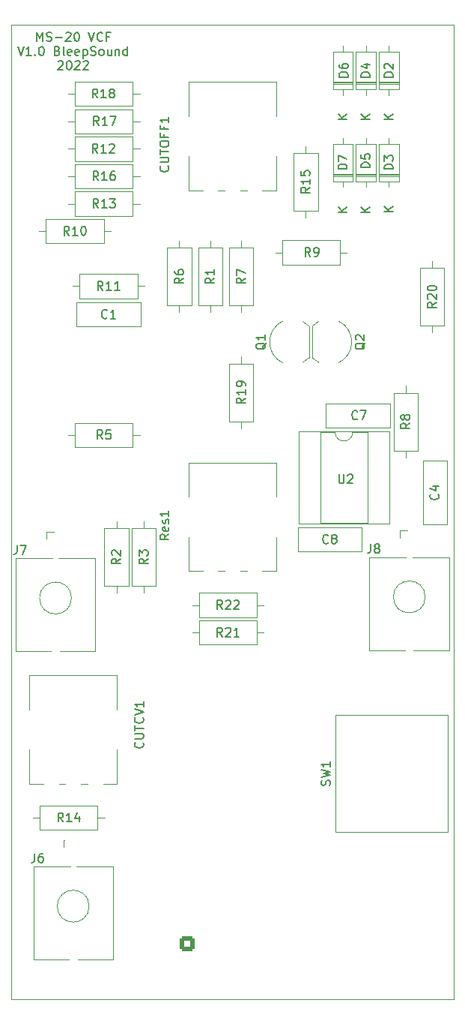
<source format=gto>
G04 #@! TF.GenerationSoftware,KiCad,Pcbnew,(6.0.6)*
G04 #@! TF.CreationDate,2022-10-26T13:54:03+02:00*
G04 #@! TF.ProjectId,MS20-VCF,4d533230-2d56-4434-962e-6b696361645f,rev?*
G04 #@! TF.SameCoordinates,Original*
G04 #@! TF.FileFunction,Legend,Top*
G04 #@! TF.FilePolarity,Positive*
%FSLAX46Y46*%
G04 Gerber Fmt 4.6, Leading zero omitted, Abs format (unit mm)*
G04 Created by KiCad (PCBNEW (6.0.6)) date 2022-10-26 13:54:03*
%MOMM*%
%LPD*%
G01*
G04 APERTURE LIST*
G04 Aperture macros list*
%AMRoundRect*
0 Rectangle with rounded corners*
0 $1 Rounding radius*
0 $2 $3 $4 $5 $6 $7 $8 $9 X,Y pos of 4 corners*
0 Add a 4 corners polygon primitive as box body*
4,1,4,$2,$3,$4,$5,$6,$7,$8,$9,$2,$3,0*
0 Add four circle primitives for the rounded corners*
1,1,$1+$1,$2,$3*
1,1,$1+$1,$4,$5*
1,1,$1+$1,$6,$7*
1,1,$1+$1,$8,$9*
0 Add four rect primitives between the rounded corners*
20,1,$1+$1,$2,$3,$4,$5,0*
20,1,$1+$1,$4,$5,$6,$7,0*
20,1,$1+$1,$6,$7,$8,$9,0*
20,1,$1+$1,$8,$9,$2,$3,0*%
G04 Aperture macros list end*
G04 #@! TA.AperFunction,Profile*
%ADD10C,0.050000*%
G04 #@! TD*
%ADD11C,0.150000*%
%ADD12C,0.120000*%
%ADD13C,1.600000*%
%ADD14C,4.000000*%
%ADD15C,1.800000*%
%ADD16R,1.600000X1.600000*%
%ADD17O,1.600000X1.600000*%
%ADD18R,1.930000X1.830000*%
%ADD19C,2.130000*%
%ADD20R,1.500000X1.500000*%
%ADD21C,1.500000*%
%ADD22O,3.700000X2.400000*%
%ADD23R,1.800000X1.800000*%
%ADD24C,2.000000*%
%ADD25O,2.000000X2.000000*%
%ADD26RoundRect,0.250000X-0.600000X0.600000X-0.600000X-0.600000X0.600000X-0.600000X0.600000X0.600000X0*%
%ADD27C,1.700000*%
%ADD28C,1.440000*%
G04 APERTURE END LIST*
D10*
X85000000Y-36500000D02*
X85000000Y-146500000D01*
X35000000Y-36500000D02*
X85000000Y-36500000D01*
X35000000Y-36500000D02*
X35000000Y-146500000D01*
X35000000Y-146500000D02*
X85000000Y-146500000D01*
D11*
X37880952Y-38342380D02*
X37880952Y-37342380D01*
X38214285Y-38056666D01*
X38547619Y-37342380D01*
X38547619Y-38342380D01*
X38976190Y-38294761D02*
X39119047Y-38342380D01*
X39357142Y-38342380D01*
X39452380Y-38294761D01*
X39500000Y-38247142D01*
X39547619Y-38151904D01*
X39547619Y-38056666D01*
X39500000Y-37961428D01*
X39452380Y-37913809D01*
X39357142Y-37866190D01*
X39166666Y-37818571D01*
X39071428Y-37770952D01*
X39023809Y-37723333D01*
X38976190Y-37628095D01*
X38976190Y-37532857D01*
X39023809Y-37437619D01*
X39071428Y-37390000D01*
X39166666Y-37342380D01*
X39404761Y-37342380D01*
X39547619Y-37390000D01*
X39976190Y-37961428D02*
X40738095Y-37961428D01*
X41166666Y-37437619D02*
X41214285Y-37390000D01*
X41309523Y-37342380D01*
X41547619Y-37342380D01*
X41642857Y-37390000D01*
X41690476Y-37437619D01*
X41738095Y-37532857D01*
X41738095Y-37628095D01*
X41690476Y-37770952D01*
X41119047Y-38342380D01*
X41738095Y-38342380D01*
X42357142Y-37342380D02*
X42452380Y-37342380D01*
X42547619Y-37390000D01*
X42595238Y-37437619D01*
X42642857Y-37532857D01*
X42690476Y-37723333D01*
X42690476Y-37961428D01*
X42642857Y-38151904D01*
X42595238Y-38247142D01*
X42547619Y-38294761D01*
X42452380Y-38342380D01*
X42357142Y-38342380D01*
X42261904Y-38294761D01*
X42214285Y-38247142D01*
X42166666Y-38151904D01*
X42119047Y-37961428D01*
X42119047Y-37723333D01*
X42166666Y-37532857D01*
X42214285Y-37437619D01*
X42261904Y-37390000D01*
X42357142Y-37342380D01*
X43738095Y-37342380D02*
X44071428Y-38342380D01*
X44404761Y-37342380D01*
X45309523Y-38247142D02*
X45261904Y-38294761D01*
X45119047Y-38342380D01*
X45023809Y-38342380D01*
X44880952Y-38294761D01*
X44785714Y-38199523D01*
X44738095Y-38104285D01*
X44690476Y-37913809D01*
X44690476Y-37770952D01*
X44738095Y-37580476D01*
X44785714Y-37485238D01*
X44880952Y-37390000D01*
X45023809Y-37342380D01*
X45119047Y-37342380D01*
X45261904Y-37390000D01*
X45309523Y-37437619D01*
X46071428Y-37818571D02*
X45738095Y-37818571D01*
X45738095Y-38342380D02*
X45738095Y-37342380D01*
X46214285Y-37342380D01*
X35738095Y-38952380D02*
X36071428Y-39952380D01*
X36404761Y-38952380D01*
X37261904Y-39952380D02*
X36690476Y-39952380D01*
X36976190Y-39952380D02*
X36976190Y-38952380D01*
X36880952Y-39095238D01*
X36785714Y-39190476D01*
X36690476Y-39238095D01*
X37690476Y-39857142D02*
X37738095Y-39904761D01*
X37690476Y-39952380D01*
X37642857Y-39904761D01*
X37690476Y-39857142D01*
X37690476Y-39952380D01*
X38357142Y-38952380D02*
X38452380Y-38952380D01*
X38547619Y-39000000D01*
X38595238Y-39047619D01*
X38642857Y-39142857D01*
X38690476Y-39333333D01*
X38690476Y-39571428D01*
X38642857Y-39761904D01*
X38595238Y-39857142D01*
X38547619Y-39904761D01*
X38452380Y-39952380D01*
X38357142Y-39952380D01*
X38261904Y-39904761D01*
X38214285Y-39857142D01*
X38166666Y-39761904D01*
X38119047Y-39571428D01*
X38119047Y-39333333D01*
X38166666Y-39142857D01*
X38214285Y-39047619D01*
X38261904Y-39000000D01*
X38357142Y-38952380D01*
X40214285Y-39428571D02*
X40357142Y-39476190D01*
X40404761Y-39523809D01*
X40452380Y-39619047D01*
X40452380Y-39761904D01*
X40404761Y-39857142D01*
X40357142Y-39904761D01*
X40261904Y-39952380D01*
X39880952Y-39952380D01*
X39880952Y-38952380D01*
X40214285Y-38952380D01*
X40309523Y-39000000D01*
X40357142Y-39047619D01*
X40404761Y-39142857D01*
X40404761Y-39238095D01*
X40357142Y-39333333D01*
X40309523Y-39380952D01*
X40214285Y-39428571D01*
X39880952Y-39428571D01*
X41023809Y-39952380D02*
X40928571Y-39904761D01*
X40880952Y-39809523D01*
X40880952Y-38952380D01*
X41785714Y-39904761D02*
X41690476Y-39952380D01*
X41500000Y-39952380D01*
X41404761Y-39904761D01*
X41357142Y-39809523D01*
X41357142Y-39428571D01*
X41404761Y-39333333D01*
X41500000Y-39285714D01*
X41690476Y-39285714D01*
X41785714Y-39333333D01*
X41833333Y-39428571D01*
X41833333Y-39523809D01*
X41357142Y-39619047D01*
X42642857Y-39904761D02*
X42547619Y-39952380D01*
X42357142Y-39952380D01*
X42261904Y-39904761D01*
X42214285Y-39809523D01*
X42214285Y-39428571D01*
X42261904Y-39333333D01*
X42357142Y-39285714D01*
X42547619Y-39285714D01*
X42642857Y-39333333D01*
X42690476Y-39428571D01*
X42690476Y-39523809D01*
X42214285Y-39619047D01*
X43119047Y-39285714D02*
X43119047Y-40285714D01*
X43119047Y-39333333D02*
X43214285Y-39285714D01*
X43404761Y-39285714D01*
X43500000Y-39333333D01*
X43547619Y-39380952D01*
X43595238Y-39476190D01*
X43595238Y-39761904D01*
X43547619Y-39857142D01*
X43500000Y-39904761D01*
X43404761Y-39952380D01*
X43214285Y-39952380D01*
X43119047Y-39904761D01*
X43976190Y-39904761D02*
X44119047Y-39952380D01*
X44357142Y-39952380D01*
X44452380Y-39904761D01*
X44500000Y-39857142D01*
X44547619Y-39761904D01*
X44547619Y-39666666D01*
X44500000Y-39571428D01*
X44452380Y-39523809D01*
X44357142Y-39476190D01*
X44166666Y-39428571D01*
X44071428Y-39380952D01*
X44023809Y-39333333D01*
X43976190Y-39238095D01*
X43976190Y-39142857D01*
X44023809Y-39047619D01*
X44071428Y-39000000D01*
X44166666Y-38952380D01*
X44404761Y-38952380D01*
X44547619Y-39000000D01*
X45119047Y-39952380D02*
X45023809Y-39904761D01*
X44976190Y-39857142D01*
X44928571Y-39761904D01*
X44928571Y-39476190D01*
X44976190Y-39380952D01*
X45023809Y-39333333D01*
X45119047Y-39285714D01*
X45261904Y-39285714D01*
X45357142Y-39333333D01*
X45404761Y-39380952D01*
X45452380Y-39476190D01*
X45452380Y-39761904D01*
X45404761Y-39857142D01*
X45357142Y-39904761D01*
X45261904Y-39952380D01*
X45119047Y-39952380D01*
X46309523Y-39285714D02*
X46309523Y-39952380D01*
X45880952Y-39285714D02*
X45880952Y-39809523D01*
X45928571Y-39904761D01*
X46023809Y-39952380D01*
X46166666Y-39952380D01*
X46261904Y-39904761D01*
X46309523Y-39857142D01*
X46785714Y-39285714D02*
X46785714Y-39952380D01*
X46785714Y-39380952D02*
X46833333Y-39333333D01*
X46928571Y-39285714D01*
X47071428Y-39285714D01*
X47166666Y-39333333D01*
X47214285Y-39428571D01*
X47214285Y-39952380D01*
X48119047Y-39952380D02*
X48119047Y-38952380D01*
X48119047Y-39904761D02*
X48023809Y-39952380D01*
X47833333Y-39952380D01*
X47738095Y-39904761D01*
X47690476Y-39857142D01*
X47642857Y-39761904D01*
X47642857Y-39476190D01*
X47690476Y-39380952D01*
X47738095Y-39333333D01*
X47833333Y-39285714D01*
X48023809Y-39285714D01*
X48119047Y-39333333D01*
X40285714Y-40657619D02*
X40333333Y-40610000D01*
X40428571Y-40562380D01*
X40666666Y-40562380D01*
X40761904Y-40610000D01*
X40809523Y-40657619D01*
X40857142Y-40752857D01*
X40857142Y-40848095D01*
X40809523Y-40990952D01*
X40238095Y-41562380D01*
X40857142Y-41562380D01*
X41476190Y-40562380D02*
X41571428Y-40562380D01*
X41666666Y-40610000D01*
X41714285Y-40657619D01*
X41761904Y-40752857D01*
X41809523Y-40943333D01*
X41809523Y-41181428D01*
X41761904Y-41371904D01*
X41714285Y-41467142D01*
X41666666Y-41514761D01*
X41571428Y-41562380D01*
X41476190Y-41562380D01*
X41380952Y-41514761D01*
X41333333Y-41467142D01*
X41285714Y-41371904D01*
X41238095Y-41181428D01*
X41238095Y-40943333D01*
X41285714Y-40752857D01*
X41333333Y-40657619D01*
X41380952Y-40610000D01*
X41476190Y-40562380D01*
X42190476Y-40657619D02*
X42238095Y-40610000D01*
X42333333Y-40562380D01*
X42571428Y-40562380D01*
X42666666Y-40610000D01*
X42714285Y-40657619D01*
X42761904Y-40752857D01*
X42761904Y-40848095D01*
X42714285Y-40990952D01*
X42142857Y-41562380D01*
X42761904Y-41562380D01*
X43142857Y-40657619D02*
X43190476Y-40610000D01*
X43285714Y-40562380D01*
X43523809Y-40562380D01*
X43619047Y-40610000D01*
X43666666Y-40657619D01*
X43714285Y-40752857D01*
X43714285Y-40848095D01*
X43666666Y-40990952D01*
X43095238Y-41562380D01*
X43714285Y-41562380D01*
X83257142Y-89466666D02*
X83304761Y-89514285D01*
X83352380Y-89657142D01*
X83352380Y-89752380D01*
X83304761Y-89895238D01*
X83209523Y-89990476D01*
X83114285Y-90038095D01*
X82923809Y-90085714D01*
X82780952Y-90085714D01*
X82590476Y-90038095D01*
X82495238Y-89990476D01*
X82400000Y-89895238D01*
X82352380Y-89752380D01*
X82352380Y-89657142D01*
X82400000Y-89514285D01*
X82447619Y-89466666D01*
X82685714Y-88609523D02*
X83352380Y-88609523D01*
X82304761Y-88847619D02*
X83019047Y-89085714D01*
X83019047Y-88466666D01*
X49857142Y-117500000D02*
X49904761Y-117547619D01*
X49952380Y-117690476D01*
X49952380Y-117785714D01*
X49904761Y-117928571D01*
X49809523Y-118023809D01*
X49714285Y-118071428D01*
X49523809Y-118119047D01*
X49380952Y-118119047D01*
X49190476Y-118071428D01*
X49095238Y-118023809D01*
X49000000Y-117928571D01*
X48952380Y-117785714D01*
X48952380Y-117690476D01*
X49000000Y-117547619D01*
X49047619Y-117500000D01*
X48952380Y-117071428D02*
X49761904Y-117071428D01*
X49857142Y-117023809D01*
X49904761Y-116976190D01*
X49952380Y-116880952D01*
X49952380Y-116690476D01*
X49904761Y-116595238D01*
X49857142Y-116547619D01*
X49761904Y-116500000D01*
X48952380Y-116500000D01*
X48952380Y-116166666D02*
X48952380Y-115595238D01*
X49952380Y-115880952D02*
X48952380Y-115880952D01*
X49857142Y-114690476D02*
X49904761Y-114738095D01*
X49952380Y-114880952D01*
X49952380Y-114976190D01*
X49904761Y-115119047D01*
X49809523Y-115214285D01*
X49714285Y-115261904D01*
X49523809Y-115309523D01*
X49380952Y-115309523D01*
X49190476Y-115261904D01*
X49095238Y-115214285D01*
X49000000Y-115119047D01*
X48952380Y-114976190D01*
X48952380Y-114880952D01*
X49000000Y-114738095D01*
X49047619Y-114690476D01*
X48952380Y-114404761D02*
X49952380Y-114071428D01*
X48952380Y-113738095D01*
X49952380Y-112880952D02*
X49952380Y-113452380D01*
X49952380Y-113166666D02*
X48952380Y-113166666D01*
X49095238Y-113261904D01*
X49190476Y-113357142D01*
X49238095Y-113452380D01*
X52707142Y-52452380D02*
X52754761Y-52500000D01*
X52802380Y-52642857D01*
X52802380Y-52738095D01*
X52754761Y-52880952D01*
X52659523Y-52976190D01*
X52564285Y-53023809D01*
X52373809Y-53071428D01*
X52230952Y-53071428D01*
X52040476Y-53023809D01*
X51945238Y-52976190D01*
X51850000Y-52880952D01*
X51802380Y-52738095D01*
X51802380Y-52642857D01*
X51850000Y-52500000D01*
X51897619Y-52452380D01*
X51802380Y-52023809D02*
X52611904Y-52023809D01*
X52707142Y-51976190D01*
X52754761Y-51928571D01*
X52802380Y-51833333D01*
X52802380Y-51642857D01*
X52754761Y-51547619D01*
X52707142Y-51500000D01*
X52611904Y-51452380D01*
X51802380Y-51452380D01*
X51802380Y-51119047D02*
X51802380Y-50547619D01*
X52802380Y-50833333D02*
X51802380Y-50833333D01*
X51802380Y-50023809D02*
X51802380Y-49833333D01*
X51850000Y-49738095D01*
X51945238Y-49642857D01*
X52135714Y-49595238D01*
X52469047Y-49595238D01*
X52659523Y-49642857D01*
X52754761Y-49738095D01*
X52802380Y-49833333D01*
X52802380Y-50023809D01*
X52754761Y-50119047D01*
X52659523Y-50214285D01*
X52469047Y-50261904D01*
X52135714Y-50261904D01*
X51945238Y-50214285D01*
X51850000Y-50119047D01*
X51802380Y-50023809D01*
X52278571Y-48833333D02*
X52278571Y-49166666D01*
X52802380Y-49166666D02*
X51802380Y-49166666D01*
X51802380Y-48690476D01*
X52278571Y-47976190D02*
X52278571Y-48309523D01*
X52802380Y-48309523D02*
X51802380Y-48309523D01*
X51802380Y-47833333D01*
X52802380Y-46928571D02*
X52802380Y-47500000D01*
X52802380Y-47214285D02*
X51802380Y-47214285D01*
X51945238Y-47309523D01*
X52040476Y-47404761D01*
X52088095Y-47500000D01*
X78152380Y-42388095D02*
X77152380Y-42388095D01*
X77152380Y-42150000D01*
X77200000Y-42007142D01*
X77295238Y-41911904D01*
X77390476Y-41864285D01*
X77580952Y-41816666D01*
X77723809Y-41816666D01*
X77914285Y-41864285D01*
X78009523Y-41911904D01*
X78104761Y-42007142D01*
X78152380Y-42150000D01*
X78152380Y-42388095D01*
X77247619Y-41435714D02*
X77200000Y-41388095D01*
X77152380Y-41292857D01*
X77152380Y-41054761D01*
X77200000Y-40959523D01*
X77247619Y-40911904D01*
X77342857Y-40864285D01*
X77438095Y-40864285D01*
X77580952Y-40911904D01*
X78152380Y-41483333D01*
X78152380Y-40864285D01*
X78152380Y-47161904D02*
X77152380Y-47161904D01*
X78152380Y-46590476D02*
X77580952Y-47019047D01*
X77152380Y-46590476D02*
X77723809Y-47161904D01*
X78152380Y-52788095D02*
X77152380Y-52788095D01*
X77152380Y-52550000D01*
X77200000Y-52407142D01*
X77295238Y-52311904D01*
X77390476Y-52264285D01*
X77580952Y-52216666D01*
X77723809Y-52216666D01*
X77914285Y-52264285D01*
X78009523Y-52311904D01*
X78104761Y-52407142D01*
X78152380Y-52550000D01*
X78152380Y-52788095D01*
X77152380Y-51883333D02*
X77152380Y-51264285D01*
X77533333Y-51597619D01*
X77533333Y-51454761D01*
X77580952Y-51359523D01*
X77628571Y-51311904D01*
X77723809Y-51264285D01*
X77961904Y-51264285D01*
X78057142Y-51311904D01*
X78104761Y-51359523D01*
X78152380Y-51454761D01*
X78152380Y-51740476D01*
X78104761Y-51835714D01*
X78057142Y-51883333D01*
X78152380Y-57561904D02*
X77152380Y-57561904D01*
X78152380Y-56990476D02*
X77580952Y-57419047D01*
X77152380Y-56990476D02*
X77723809Y-57561904D01*
X75552380Y-42388095D02*
X74552380Y-42388095D01*
X74552380Y-42150000D01*
X74600000Y-42007142D01*
X74695238Y-41911904D01*
X74790476Y-41864285D01*
X74980952Y-41816666D01*
X75123809Y-41816666D01*
X75314285Y-41864285D01*
X75409523Y-41911904D01*
X75504761Y-42007142D01*
X75552380Y-42150000D01*
X75552380Y-42388095D01*
X74885714Y-40959523D02*
X75552380Y-40959523D01*
X74504761Y-41197619D02*
X75219047Y-41435714D01*
X75219047Y-40816666D01*
X75552380Y-47161904D02*
X74552380Y-47161904D01*
X75552380Y-46590476D02*
X74980952Y-47019047D01*
X74552380Y-46590476D02*
X75123809Y-47161904D01*
X75552380Y-52598095D02*
X74552380Y-52598095D01*
X74552380Y-52360000D01*
X74600000Y-52217142D01*
X74695238Y-52121904D01*
X74790476Y-52074285D01*
X74980952Y-52026666D01*
X75123809Y-52026666D01*
X75314285Y-52074285D01*
X75409523Y-52121904D01*
X75504761Y-52217142D01*
X75552380Y-52360000D01*
X75552380Y-52598095D01*
X74552380Y-51121904D02*
X74552380Y-51598095D01*
X75028571Y-51645714D01*
X74980952Y-51598095D01*
X74933333Y-51502857D01*
X74933333Y-51264761D01*
X74980952Y-51169523D01*
X75028571Y-51121904D01*
X75123809Y-51074285D01*
X75361904Y-51074285D01*
X75457142Y-51121904D01*
X75504761Y-51169523D01*
X75552380Y-51264761D01*
X75552380Y-51502857D01*
X75504761Y-51598095D01*
X75457142Y-51645714D01*
X75552380Y-57661904D02*
X74552380Y-57661904D01*
X75552380Y-57090476D02*
X74980952Y-57519047D01*
X74552380Y-57090476D02*
X75123809Y-57661904D01*
X73052380Y-42388095D02*
X72052380Y-42388095D01*
X72052380Y-42150000D01*
X72100000Y-42007142D01*
X72195238Y-41911904D01*
X72290476Y-41864285D01*
X72480952Y-41816666D01*
X72623809Y-41816666D01*
X72814285Y-41864285D01*
X72909523Y-41911904D01*
X73004761Y-42007142D01*
X73052380Y-42150000D01*
X73052380Y-42388095D01*
X72052380Y-40959523D02*
X72052380Y-41150000D01*
X72100000Y-41245238D01*
X72147619Y-41292857D01*
X72290476Y-41388095D01*
X72480952Y-41435714D01*
X72861904Y-41435714D01*
X72957142Y-41388095D01*
X73004761Y-41340476D01*
X73052380Y-41245238D01*
X73052380Y-41054761D01*
X73004761Y-40959523D01*
X72957142Y-40911904D01*
X72861904Y-40864285D01*
X72623809Y-40864285D01*
X72528571Y-40911904D01*
X72480952Y-40959523D01*
X72433333Y-41054761D01*
X72433333Y-41245238D01*
X72480952Y-41340476D01*
X72528571Y-41388095D01*
X72623809Y-41435714D01*
X72952380Y-47161904D02*
X71952380Y-47161904D01*
X72952380Y-46590476D02*
X72380952Y-47019047D01*
X71952380Y-46590476D02*
X72523809Y-47161904D01*
X72952380Y-52788095D02*
X71952380Y-52788095D01*
X71952380Y-52550000D01*
X72000000Y-52407142D01*
X72095238Y-52311904D01*
X72190476Y-52264285D01*
X72380952Y-52216666D01*
X72523809Y-52216666D01*
X72714285Y-52264285D01*
X72809523Y-52311904D01*
X72904761Y-52407142D01*
X72952380Y-52550000D01*
X72952380Y-52788095D01*
X71952380Y-51883333D02*
X71952380Y-51216666D01*
X72952380Y-51645238D01*
X72952380Y-57661904D02*
X71952380Y-57661904D01*
X72952380Y-57090476D02*
X72380952Y-57519047D01*
X71952380Y-57090476D02*
X72523809Y-57661904D01*
X37636666Y-130032380D02*
X37636666Y-130746666D01*
X37589047Y-130889523D01*
X37493809Y-130984761D01*
X37350952Y-131032380D01*
X37255714Y-131032380D01*
X38541428Y-130032380D02*
X38350952Y-130032380D01*
X38255714Y-130080000D01*
X38208095Y-130127619D01*
X38112857Y-130270476D01*
X38065238Y-130460952D01*
X38065238Y-130841904D01*
X38112857Y-130937142D01*
X38160476Y-130984761D01*
X38255714Y-131032380D01*
X38446190Y-131032380D01*
X38541428Y-130984761D01*
X38589047Y-130937142D01*
X38636666Y-130841904D01*
X38636666Y-130603809D01*
X38589047Y-130508571D01*
X38541428Y-130460952D01*
X38446190Y-130413333D01*
X38255714Y-130413333D01*
X38160476Y-130460952D01*
X38112857Y-130508571D01*
X38065238Y-130603809D01*
X35636666Y-95252380D02*
X35636666Y-95966666D01*
X35589047Y-96109523D01*
X35493809Y-96204761D01*
X35350952Y-96252380D01*
X35255714Y-96252380D01*
X36017619Y-95252380D02*
X36684285Y-95252380D01*
X36255714Y-96252380D01*
X75636666Y-95132380D02*
X75636666Y-95846666D01*
X75589047Y-95989523D01*
X75493809Y-96084761D01*
X75350952Y-96132380D01*
X75255714Y-96132380D01*
X76255714Y-95560952D02*
X76160476Y-95513333D01*
X76112857Y-95465714D01*
X76065238Y-95370476D01*
X76065238Y-95322857D01*
X76112857Y-95227619D01*
X76160476Y-95180000D01*
X76255714Y-95132380D01*
X76446190Y-95132380D01*
X76541428Y-95180000D01*
X76589047Y-95227619D01*
X76636666Y-95322857D01*
X76636666Y-95370476D01*
X76589047Y-95465714D01*
X76541428Y-95513333D01*
X76446190Y-95560952D01*
X76255714Y-95560952D01*
X76160476Y-95608571D01*
X76112857Y-95656190D01*
X76065238Y-95751428D01*
X76065238Y-95941904D01*
X76112857Y-96037142D01*
X76160476Y-96084761D01*
X76255714Y-96132380D01*
X76446190Y-96132380D01*
X76541428Y-96084761D01*
X76589047Y-96037142D01*
X76636666Y-95941904D01*
X76636666Y-95751428D01*
X76589047Y-95656190D01*
X76541428Y-95608571D01*
X76446190Y-95560952D01*
X63787619Y-72395238D02*
X63740000Y-72490476D01*
X63644761Y-72585714D01*
X63501904Y-72728571D01*
X63454285Y-72823809D01*
X63454285Y-72919047D01*
X63692380Y-72871428D02*
X63644761Y-72966666D01*
X63549523Y-73061904D01*
X63359047Y-73109523D01*
X63025714Y-73109523D01*
X62835238Y-73061904D01*
X62740000Y-72966666D01*
X62692380Y-72871428D01*
X62692380Y-72680952D01*
X62740000Y-72585714D01*
X62835238Y-72490476D01*
X63025714Y-72442857D01*
X63359047Y-72442857D01*
X63549523Y-72490476D01*
X63644761Y-72585714D01*
X63692380Y-72680952D01*
X63692380Y-72871428D01*
X63692380Y-71490476D02*
X63692380Y-72061904D01*
X63692380Y-71776190D02*
X62692380Y-71776190D01*
X62835238Y-71871428D01*
X62930476Y-71966666D01*
X62978095Y-72061904D01*
X75007619Y-72395238D02*
X74960000Y-72490476D01*
X74864761Y-72585714D01*
X74721904Y-72728571D01*
X74674285Y-72823809D01*
X74674285Y-72919047D01*
X74912380Y-72871428D02*
X74864761Y-72966666D01*
X74769523Y-73061904D01*
X74579047Y-73109523D01*
X74245714Y-73109523D01*
X74055238Y-73061904D01*
X73960000Y-72966666D01*
X73912380Y-72871428D01*
X73912380Y-72680952D01*
X73960000Y-72585714D01*
X74055238Y-72490476D01*
X74245714Y-72442857D01*
X74579047Y-72442857D01*
X74769523Y-72490476D01*
X74864761Y-72585714D01*
X74912380Y-72680952D01*
X74912380Y-72871428D01*
X74007619Y-72061904D02*
X73960000Y-72014285D01*
X73912380Y-71919047D01*
X73912380Y-71680952D01*
X73960000Y-71585714D01*
X74007619Y-71538095D01*
X74102857Y-71490476D01*
X74198095Y-71490476D01*
X74340952Y-71538095D01*
X74912380Y-72109523D01*
X74912380Y-71490476D01*
X57952380Y-65086666D02*
X57476190Y-65420000D01*
X57952380Y-65658095D02*
X56952380Y-65658095D01*
X56952380Y-65277142D01*
X57000000Y-65181904D01*
X57047619Y-65134285D01*
X57142857Y-65086666D01*
X57285714Y-65086666D01*
X57380952Y-65134285D01*
X57428571Y-65181904D01*
X57476190Y-65277142D01*
X57476190Y-65658095D01*
X57952380Y-64134285D02*
X57952380Y-64705714D01*
X57952380Y-64420000D02*
X56952380Y-64420000D01*
X57095238Y-64515238D01*
X57190476Y-64610476D01*
X57238095Y-64705714D01*
X50452380Y-96746666D02*
X49976190Y-97080000D01*
X50452380Y-97318095D02*
X49452380Y-97318095D01*
X49452380Y-96937142D01*
X49500000Y-96841904D01*
X49547619Y-96794285D01*
X49642857Y-96746666D01*
X49785714Y-96746666D01*
X49880952Y-96794285D01*
X49928571Y-96841904D01*
X49976190Y-96937142D01*
X49976190Y-97318095D01*
X49452380Y-96413333D02*
X49452380Y-95794285D01*
X49833333Y-96127619D01*
X49833333Y-95984761D01*
X49880952Y-95889523D01*
X49928571Y-95841904D01*
X50023809Y-95794285D01*
X50261904Y-95794285D01*
X50357142Y-95841904D01*
X50404761Y-95889523D01*
X50452380Y-95984761D01*
X50452380Y-96270476D01*
X50404761Y-96365714D01*
X50357142Y-96413333D01*
X45313333Y-83252380D02*
X44980000Y-82776190D01*
X44741904Y-83252380D02*
X44741904Y-82252380D01*
X45122857Y-82252380D01*
X45218095Y-82300000D01*
X45265714Y-82347619D01*
X45313333Y-82442857D01*
X45313333Y-82585714D01*
X45265714Y-82680952D01*
X45218095Y-82728571D01*
X45122857Y-82776190D01*
X44741904Y-82776190D01*
X46218095Y-82252380D02*
X45741904Y-82252380D01*
X45694285Y-82728571D01*
X45741904Y-82680952D01*
X45837142Y-82633333D01*
X46075238Y-82633333D01*
X46170476Y-82680952D01*
X46218095Y-82728571D01*
X46265714Y-82823809D01*
X46265714Y-83061904D01*
X46218095Y-83157142D01*
X46170476Y-83204761D01*
X46075238Y-83252380D01*
X45837142Y-83252380D01*
X45741904Y-83204761D01*
X45694285Y-83157142D01*
X54452380Y-65086666D02*
X53976190Y-65420000D01*
X54452380Y-65658095D02*
X53452380Y-65658095D01*
X53452380Y-65277142D01*
X53500000Y-65181904D01*
X53547619Y-65134285D01*
X53642857Y-65086666D01*
X53785714Y-65086666D01*
X53880952Y-65134285D01*
X53928571Y-65181904D01*
X53976190Y-65277142D01*
X53976190Y-65658095D01*
X53452380Y-64229523D02*
X53452380Y-64420000D01*
X53500000Y-64515238D01*
X53547619Y-64562857D01*
X53690476Y-64658095D01*
X53880952Y-64705714D01*
X54261904Y-64705714D01*
X54357142Y-64658095D01*
X54404761Y-64610476D01*
X54452380Y-64515238D01*
X54452380Y-64324761D01*
X54404761Y-64229523D01*
X54357142Y-64181904D01*
X54261904Y-64134285D01*
X54023809Y-64134285D01*
X53928571Y-64181904D01*
X53880952Y-64229523D01*
X53833333Y-64324761D01*
X53833333Y-64515238D01*
X53880952Y-64610476D01*
X53928571Y-64658095D01*
X54023809Y-64705714D01*
X61452380Y-65086666D02*
X60976190Y-65420000D01*
X61452380Y-65658095D02*
X60452380Y-65658095D01*
X60452380Y-65277142D01*
X60500000Y-65181904D01*
X60547619Y-65134285D01*
X60642857Y-65086666D01*
X60785714Y-65086666D01*
X60880952Y-65134285D01*
X60928571Y-65181904D01*
X60976190Y-65277142D01*
X60976190Y-65658095D01*
X60452380Y-64753333D02*
X60452380Y-64086666D01*
X61452380Y-64515238D01*
X68813333Y-62652380D02*
X68480000Y-62176190D01*
X68241904Y-62652380D02*
X68241904Y-61652380D01*
X68622857Y-61652380D01*
X68718095Y-61700000D01*
X68765714Y-61747619D01*
X68813333Y-61842857D01*
X68813333Y-61985714D01*
X68765714Y-62080952D01*
X68718095Y-62128571D01*
X68622857Y-62176190D01*
X68241904Y-62176190D01*
X69289523Y-62652380D02*
X69480000Y-62652380D01*
X69575238Y-62604761D01*
X69622857Y-62557142D01*
X69718095Y-62414285D01*
X69765714Y-62223809D01*
X69765714Y-61842857D01*
X69718095Y-61747619D01*
X69670476Y-61700000D01*
X69575238Y-61652380D01*
X69384761Y-61652380D01*
X69289523Y-61700000D01*
X69241904Y-61747619D01*
X69194285Y-61842857D01*
X69194285Y-62080952D01*
X69241904Y-62176190D01*
X69289523Y-62223809D01*
X69384761Y-62271428D01*
X69575238Y-62271428D01*
X69670476Y-62223809D01*
X69718095Y-62176190D01*
X69765714Y-62080952D01*
X45357142Y-66452380D02*
X45023809Y-65976190D01*
X44785714Y-66452380D02*
X44785714Y-65452380D01*
X45166666Y-65452380D01*
X45261904Y-65500000D01*
X45309523Y-65547619D01*
X45357142Y-65642857D01*
X45357142Y-65785714D01*
X45309523Y-65880952D01*
X45261904Y-65928571D01*
X45166666Y-65976190D01*
X44785714Y-65976190D01*
X46309523Y-66452380D02*
X45738095Y-66452380D01*
X46023809Y-66452380D02*
X46023809Y-65452380D01*
X45928571Y-65595238D01*
X45833333Y-65690476D01*
X45738095Y-65738095D01*
X47261904Y-66452380D02*
X46690476Y-66452380D01*
X46976190Y-66452380D02*
X46976190Y-65452380D01*
X46880952Y-65595238D01*
X46785714Y-65690476D01*
X46690476Y-65738095D01*
X44757142Y-50952380D02*
X44423809Y-50476190D01*
X44185714Y-50952380D02*
X44185714Y-49952380D01*
X44566666Y-49952380D01*
X44661904Y-50000000D01*
X44709523Y-50047619D01*
X44757142Y-50142857D01*
X44757142Y-50285714D01*
X44709523Y-50380952D01*
X44661904Y-50428571D01*
X44566666Y-50476190D01*
X44185714Y-50476190D01*
X45709523Y-50952380D02*
X45138095Y-50952380D01*
X45423809Y-50952380D02*
X45423809Y-49952380D01*
X45328571Y-50095238D01*
X45233333Y-50190476D01*
X45138095Y-50238095D01*
X46090476Y-50047619D02*
X46138095Y-50000000D01*
X46233333Y-49952380D01*
X46471428Y-49952380D01*
X46566666Y-50000000D01*
X46614285Y-50047619D01*
X46661904Y-50142857D01*
X46661904Y-50238095D01*
X46614285Y-50380952D01*
X46042857Y-50952380D01*
X46661904Y-50952380D01*
X44837142Y-57152380D02*
X44503809Y-56676190D01*
X44265714Y-57152380D02*
X44265714Y-56152380D01*
X44646666Y-56152380D01*
X44741904Y-56200000D01*
X44789523Y-56247619D01*
X44837142Y-56342857D01*
X44837142Y-56485714D01*
X44789523Y-56580952D01*
X44741904Y-56628571D01*
X44646666Y-56676190D01*
X44265714Y-56676190D01*
X45789523Y-57152380D02*
X45218095Y-57152380D01*
X45503809Y-57152380D02*
X45503809Y-56152380D01*
X45408571Y-56295238D01*
X45313333Y-56390476D01*
X45218095Y-56438095D01*
X46122857Y-56152380D02*
X46741904Y-56152380D01*
X46408571Y-56533333D01*
X46551428Y-56533333D01*
X46646666Y-56580952D01*
X46694285Y-56628571D01*
X46741904Y-56723809D01*
X46741904Y-56961904D01*
X46694285Y-57057142D01*
X46646666Y-57104761D01*
X46551428Y-57152380D01*
X46265714Y-57152380D01*
X46170476Y-57104761D01*
X46122857Y-57057142D01*
X40857142Y-126452380D02*
X40523809Y-125976190D01*
X40285714Y-126452380D02*
X40285714Y-125452380D01*
X40666666Y-125452380D01*
X40761904Y-125500000D01*
X40809523Y-125547619D01*
X40857142Y-125642857D01*
X40857142Y-125785714D01*
X40809523Y-125880952D01*
X40761904Y-125928571D01*
X40666666Y-125976190D01*
X40285714Y-125976190D01*
X41809523Y-126452380D02*
X41238095Y-126452380D01*
X41523809Y-126452380D02*
X41523809Y-125452380D01*
X41428571Y-125595238D01*
X41333333Y-125690476D01*
X41238095Y-125738095D01*
X42666666Y-125785714D02*
X42666666Y-126452380D01*
X42428571Y-125404761D02*
X42190476Y-126119047D01*
X42809523Y-126119047D01*
X68752380Y-54862857D02*
X68276190Y-55196190D01*
X68752380Y-55434285D02*
X67752380Y-55434285D01*
X67752380Y-55053333D01*
X67800000Y-54958095D01*
X67847619Y-54910476D01*
X67942857Y-54862857D01*
X68085714Y-54862857D01*
X68180952Y-54910476D01*
X68228571Y-54958095D01*
X68276190Y-55053333D01*
X68276190Y-55434285D01*
X68752380Y-53910476D02*
X68752380Y-54481904D01*
X68752380Y-54196190D02*
X67752380Y-54196190D01*
X67895238Y-54291428D01*
X67990476Y-54386666D01*
X68038095Y-54481904D01*
X67752380Y-53005714D02*
X67752380Y-53481904D01*
X68228571Y-53529523D01*
X68180952Y-53481904D01*
X68133333Y-53386666D01*
X68133333Y-53148571D01*
X68180952Y-53053333D01*
X68228571Y-53005714D01*
X68323809Y-52958095D01*
X68561904Y-52958095D01*
X68657142Y-53005714D01*
X68704761Y-53053333D01*
X68752380Y-53148571D01*
X68752380Y-53386666D01*
X68704761Y-53481904D01*
X68657142Y-53529523D01*
X44837142Y-54052380D02*
X44503809Y-53576190D01*
X44265714Y-54052380D02*
X44265714Y-53052380D01*
X44646666Y-53052380D01*
X44741904Y-53100000D01*
X44789523Y-53147619D01*
X44837142Y-53242857D01*
X44837142Y-53385714D01*
X44789523Y-53480952D01*
X44741904Y-53528571D01*
X44646666Y-53576190D01*
X44265714Y-53576190D01*
X45789523Y-54052380D02*
X45218095Y-54052380D01*
X45503809Y-54052380D02*
X45503809Y-53052380D01*
X45408571Y-53195238D01*
X45313333Y-53290476D01*
X45218095Y-53338095D01*
X46646666Y-53052380D02*
X46456190Y-53052380D01*
X46360952Y-53100000D01*
X46313333Y-53147619D01*
X46218095Y-53290476D01*
X46170476Y-53480952D01*
X46170476Y-53861904D01*
X46218095Y-53957142D01*
X46265714Y-54004761D01*
X46360952Y-54052380D01*
X46551428Y-54052380D01*
X46646666Y-54004761D01*
X46694285Y-53957142D01*
X46741904Y-53861904D01*
X46741904Y-53623809D01*
X46694285Y-53528571D01*
X46646666Y-53480952D01*
X46551428Y-53433333D01*
X46360952Y-53433333D01*
X46265714Y-53480952D01*
X46218095Y-53528571D01*
X46170476Y-53623809D01*
X44917142Y-47852380D02*
X44583809Y-47376190D01*
X44345714Y-47852380D02*
X44345714Y-46852380D01*
X44726666Y-46852380D01*
X44821904Y-46900000D01*
X44869523Y-46947619D01*
X44917142Y-47042857D01*
X44917142Y-47185714D01*
X44869523Y-47280952D01*
X44821904Y-47328571D01*
X44726666Y-47376190D01*
X44345714Y-47376190D01*
X45869523Y-47852380D02*
X45298095Y-47852380D01*
X45583809Y-47852380D02*
X45583809Y-46852380D01*
X45488571Y-46995238D01*
X45393333Y-47090476D01*
X45298095Y-47138095D01*
X46202857Y-46852380D02*
X46869523Y-46852380D01*
X46440952Y-47852380D01*
X44757142Y-44752380D02*
X44423809Y-44276190D01*
X44185714Y-44752380D02*
X44185714Y-43752380D01*
X44566666Y-43752380D01*
X44661904Y-43800000D01*
X44709523Y-43847619D01*
X44757142Y-43942857D01*
X44757142Y-44085714D01*
X44709523Y-44180952D01*
X44661904Y-44228571D01*
X44566666Y-44276190D01*
X44185714Y-44276190D01*
X45709523Y-44752380D02*
X45138095Y-44752380D01*
X45423809Y-44752380D02*
X45423809Y-43752380D01*
X45328571Y-43895238D01*
X45233333Y-43990476D01*
X45138095Y-44038095D01*
X46280952Y-44180952D02*
X46185714Y-44133333D01*
X46138095Y-44085714D01*
X46090476Y-43990476D01*
X46090476Y-43942857D01*
X46138095Y-43847619D01*
X46185714Y-43800000D01*
X46280952Y-43752380D01*
X46471428Y-43752380D01*
X46566666Y-43800000D01*
X46614285Y-43847619D01*
X46661904Y-43942857D01*
X46661904Y-43990476D01*
X46614285Y-44085714D01*
X46566666Y-44133333D01*
X46471428Y-44180952D01*
X46280952Y-44180952D01*
X46185714Y-44228571D01*
X46138095Y-44276190D01*
X46090476Y-44371428D01*
X46090476Y-44561904D01*
X46138095Y-44657142D01*
X46185714Y-44704761D01*
X46280952Y-44752380D01*
X46471428Y-44752380D01*
X46566666Y-44704761D01*
X46614285Y-44657142D01*
X46661904Y-44561904D01*
X46661904Y-44371428D01*
X46614285Y-44276190D01*
X46566666Y-44228571D01*
X46471428Y-44180952D01*
X83052380Y-67842857D02*
X82576190Y-68176190D01*
X83052380Y-68414285D02*
X82052380Y-68414285D01*
X82052380Y-68033333D01*
X82100000Y-67938095D01*
X82147619Y-67890476D01*
X82242857Y-67842857D01*
X82385714Y-67842857D01*
X82480952Y-67890476D01*
X82528571Y-67938095D01*
X82576190Y-68033333D01*
X82576190Y-68414285D01*
X82147619Y-67461904D02*
X82100000Y-67414285D01*
X82052380Y-67319047D01*
X82052380Y-67080952D01*
X82100000Y-66985714D01*
X82147619Y-66938095D01*
X82242857Y-66890476D01*
X82338095Y-66890476D01*
X82480952Y-66938095D01*
X83052380Y-67509523D01*
X83052380Y-66890476D01*
X82052380Y-66271428D02*
X82052380Y-66176190D01*
X82100000Y-66080952D01*
X82147619Y-66033333D01*
X82242857Y-65985714D01*
X82433333Y-65938095D01*
X82671428Y-65938095D01*
X82861904Y-65985714D01*
X82957142Y-66033333D01*
X83004761Y-66080952D01*
X83052380Y-66176190D01*
X83052380Y-66271428D01*
X83004761Y-66366666D01*
X82957142Y-66414285D01*
X82861904Y-66461904D01*
X82671428Y-66509523D01*
X82433333Y-66509523D01*
X82242857Y-66461904D01*
X82147619Y-66414285D01*
X82100000Y-66366666D01*
X82052380Y-66271428D01*
X58857142Y-105552380D02*
X58523809Y-105076190D01*
X58285714Y-105552380D02*
X58285714Y-104552380D01*
X58666666Y-104552380D01*
X58761904Y-104600000D01*
X58809523Y-104647619D01*
X58857142Y-104742857D01*
X58857142Y-104885714D01*
X58809523Y-104980952D01*
X58761904Y-105028571D01*
X58666666Y-105076190D01*
X58285714Y-105076190D01*
X59238095Y-104647619D02*
X59285714Y-104600000D01*
X59380952Y-104552380D01*
X59619047Y-104552380D01*
X59714285Y-104600000D01*
X59761904Y-104647619D01*
X59809523Y-104742857D01*
X59809523Y-104838095D01*
X59761904Y-104980952D01*
X59190476Y-105552380D01*
X59809523Y-105552380D01*
X60761904Y-105552380D02*
X60190476Y-105552380D01*
X60476190Y-105552380D02*
X60476190Y-104552380D01*
X60380952Y-104695238D01*
X60285714Y-104790476D01*
X60190476Y-104838095D01*
X58857142Y-102452380D02*
X58523809Y-101976190D01*
X58285714Y-102452380D02*
X58285714Y-101452380D01*
X58666666Y-101452380D01*
X58761904Y-101500000D01*
X58809523Y-101547619D01*
X58857142Y-101642857D01*
X58857142Y-101785714D01*
X58809523Y-101880952D01*
X58761904Y-101928571D01*
X58666666Y-101976190D01*
X58285714Y-101976190D01*
X59238095Y-101547619D02*
X59285714Y-101500000D01*
X59380952Y-101452380D01*
X59619047Y-101452380D01*
X59714285Y-101500000D01*
X59761904Y-101547619D01*
X59809523Y-101642857D01*
X59809523Y-101738095D01*
X59761904Y-101880952D01*
X59190476Y-102452380D01*
X59809523Y-102452380D01*
X60190476Y-101547619D02*
X60238095Y-101500000D01*
X60333333Y-101452380D01*
X60571428Y-101452380D01*
X60666666Y-101500000D01*
X60714285Y-101547619D01*
X60761904Y-101642857D01*
X60761904Y-101738095D01*
X60714285Y-101880952D01*
X60142857Y-102452380D01*
X60761904Y-102452380D01*
X52802380Y-94000000D02*
X52326190Y-94333333D01*
X52802380Y-94571428D02*
X51802380Y-94571428D01*
X51802380Y-94190476D01*
X51850000Y-94095238D01*
X51897619Y-94047619D01*
X51992857Y-94000000D01*
X52135714Y-94000000D01*
X52230952Y-94047619D01*
X52278571Y-94095238D01*
X52326190Y-94190476D01*
X52326190Y-94571428D01*
X52754761Y-93190476D02*
X52802380Y-93285714D01*
X52802380Y-93476190D01*
X52754761Y-93571428D01*
X52659523Y-93619047D01*
X52278571Y-93619047D01*
X52183333Y-93571428D01*
X52135714Y-93476190D01*
X52135714Y-93285714D01*
X52183333Y-93190476D01*
X52278571Y-93142857D01*
X52373809Y-93142857D01*
X52469047Y-93619047D01*
X52754761Y-92761904D02*
X52802380Y-92666666D01*
X52802380Y-92476190D01*
X52754761Y-92380952D01*
X52659523Y-92333333D01*
X52611904Y-92333333D01*
X52516666Y-92380952D01*
X52469047Y-92476190D01*
X52469047Y-92619047D01*
X52421428Y-92714285D01*
X52326190Y-92761904D01*
X52278571Y-92761904D01*
X52183333Y-92714285D01*
X52135714Y-92619047D01*
X52135714Y-92476190D01*
X52183333Y-92380952D01*
X52802380Y-91380952D02*
X52802380Y-91952380D01*
X52802380Y-91666666D02*
X51802380Y-91666666D01*
X51945238Y-91761904D01*
X52040476Y-91857142D01*
X52088095Y-91952380D01*
X71004761Y-122333333D02*
X71052380Y-122190476D01*
X71052380Y-121952380D01*
X71004761Y-121857142D01*
X70957142Y-121809523D01*
X70861904Y-121761904D01*
X70766666Y-121761904D01*
X70671428Y-121809523D01*
X70623809Y-121857142D01*
X70576190Y-121952380D01*
X70528571Y-122142857D01*
X70480952Y-122238095D01*
X70433333Y-122285714D01*
X70338095Y-122333333D01*
X70242857Y-122333333D01*
X70147619Y-122285714D01*
X70100000Y-122238095D01*
X70052380Y-122142857D01*
X70052380Y-121904761D01*
X70100000Y-121761904D01*
X70052380Y-121428571D02*
X71052380Y-121190476D01*
X70338095Y-121000000D01*
X71052380Y-120809523D01*
X70052380Y-120571428D01*
X71052380Y-119666666D02*
X71052380Y-120238095D01*
X71052380Y-119952380D02*
X70052380Y-119952380D01*
X70195238Y-120047619D01*
X70290476Y-120142857D01*
X70338095Y-120238095D01*
X80052380Y-81466666D02*
X79576190Y-81800000D01*
X80052380Y-82038095D02*
X79052380Y-82038095D01*
X79052380Y-81657142D01*
X79100000Y-81561904D01*
X79147619Y-81514285D01*
X79242857Y-81466666D01*
X79385714Y-81466666D01*
X79480952Y-81514285D01*
X79528571Y-81561904D01*
X79576190Y-81657142D01*
X79576190Y-82038095D01*
X79480952Y-80895238D02*
X79433333Y-80990476D01*
X79385714Y-81038095D01*
X79290476Y-81085714D01*
X79242857Y-81085714D01*
X79147619Y-81038095D01*
X79100000Y-80990476D01*
X79052380Y-80895238D01*
X79052380Y-80704761D01*
X79100000Y-80609523D01*
X79147619Y-80561904D01*
X79242857Y-80514285D01*
X79290476Y-80514285D01*
X79385714Y-80561904D01*
X79433333Y-80609523D01*
X79480952Y-80704761D01*
X79480952Y-80895238D01*
X79528571Y-80990476D01*
X79576190Y-81038095D01*
X79671428Y-81085714D01*
X79861904Y-81085714D01*
X79957142Y-81038095D01*
X80004761Y-80990476D01*
X80052380Y-80895238D01*
X80052380Y-80704761D01*
X80004761Y-80609523D01*
X79957142Y-80561904D01*
X79861904Y-80514285D01*
X79671428Y-80514285D01*
X79576190Y-80561904D01*
X79528571Y-80609523D01*
X79480952Y-80704761D01*
X72038095Y-87252380D02*
X72038095Y-88061904D01*
X72085714Y-88157142D01*
X72133333Y-88204761D01*
X72228571Y-88252380D01*
X72419047Y-88252380D01*
X72514285Y-88204761D01*
X72561904Y-88157142D01*
X72609523Y-88061904D01*
X72609523Y-87252380D01*
X73038095Y-87347619D02*
X73085714Y-87300000D01*
X73180952Y-87252380D01*
X73419047Y-87252380D01*
X73514285Y-87300000D01*
X73561904Y-87347619D01*
X73609523Y-87442857D01*
X73609523Y-87538095D01*
X73561904Y-87680952D01*
X72990476Y-88252380D01*
X73609523Y-88252380D01*
X45833333Y-69557142D02*
X45785714Y-69604761D01*
X45642857Y-69652380D01*
X45547619Y-69652380D01*
X45404761Y-69604761D01*
X45309523Y-69509523D01*
X45261904Y-69414285D01*
X45214285Y-69223809D01*
X45214285Y-69080952D01*
X45261904Y-68890476D01*
X45309523Y-68795238D01*
X45404761Y-68700000D01*
X45547619Y-68652380D01*
X45642857Y-68652380D01*
X45785714Y-68700000D01*
X45833333Y-68747619D01*
X46785714Y-69652380D02*
X46214285Y-69652380D01*
X46500000Y-69652380D02*
X46500000Y-68652380D01*
X46404761Y-68795238D01*
X46309523Y-68890476D01*
X46214285Y-68938095D01*
X47352380Y-96746666D02*
X46876190Y-97080000D01*
X47352380Y-97318095D02*
X46352380Y-97318095D01*
X46352380Y-96937142D01*
X46400000Y-96841904D01*
X46447619Y-96794285D01*
X46542857Y-96746666D01*
X46685714Y-96746666D01*
X46780952Y-96794285D01*
X46828571Y-96841904D01*
X46876190Y-96937142D01*
X46876190Y-97318095D01*
X46447619Y-96365714D02*
X46400000Y-96318095D01*
X46352380Y-96222857D01*
X46352380Y-95984761D01*
X46400000Y-95889523D01*
X46447619Y-95841904D01*
X46542857Y-95794285D01*
X46638095Y-95794285D01*
X46780952Y-95841904D01*
X47352380Y-96413333D01*
X47352380Y-95794285D01*
X41537142Y-60252380D02*
X41203809Y-59776190D01*
X40965714Y-60252380D02*
X40965714Y-59252380D01*
X41346666Y-59252380D01*
X41441904Y-59300000D01*
X41489523Y-59347619D01*
X41537142Y-59442857D01*
X41537142Y-59585714D01*
X41489523Y-59680952D01*
X41441904Y-59728571D01*
X41346666Y-59776190D01*
X40965714Y-59776190D01*
X42489523Y-60252380D02*
X41918095Y-60252380D01*
X42203809Y-60252380D02*
X42203809Y-59252380D01*
X42108571Y-59395238D01*
X42013333Y-59490476D01*
X41918095Y-59538095D01*
X43108571Y-59252380D02*
X43203809Y-59252380D01*
X43299047Y-59300000D01*
X43346666Y-59347619D01*
X43394285Y-59442857D01*
X43441904Y-59633333D01*
X43441904Y-59871428D01*
X43394285Y-60061904D01*
X43346666Y-60157142D01*
X43299047Y-60204761D01*
X43203809Y-60252380D01*
X43108571Y-60252380D01*
X43013333Y-60204761D01*
X42965714Y-60157142D01*
X42918095Y-60061904D01*
X42870476Y-59871428D01*
X42870476Y-59633333D01*
X42918095Y-59442857D01*
X42965714Y-59347619D01*
X43013333Y-59300000D01*
X43108571Y-59252380D01*
X61452380Y-78642857D02*
X60976190Y-78976190D01*
X61452380Y-79214285D02*
X60452380Y-79214285D01*
X60452380Y-78833333D01*
X60500000Y-78738095D01*
X60547619Y-78690476D01*
X60642857Y-78642857D01*
X60785714Y-78642857D01*
X60880952Y-78690476D01*
X60928571Y-78738095D01*
X60976190Y-78833333D01*
X60976190Y-79214285D01*
X61452380Y-77690476D02*
X61452380Y-78261904D01*
X61452380Y-77976190D02*
X60452380Y-77976190D01*
X60595238Y-78071428D01*
X60690476Y-78166666D01*
X60738095Y-78261904D01*
X61452380Y-77214285D02*
X61452380Y-77023809D01*
X61404761Y-76928571D01*
X61357142Y-76880952D01*
X61214285Y-76785714D01*
X61023809Y-76738095D01*
X60642857Y-76738095D01*
X60547619Y-76785714D01*
X60500000Y-76833333D01*
X60452380Y-76928571D01*
X60452380Y-77119047D01*
X60500000Y-77214285D01*
X60547619Y-77261904D01*
X60642857Y-77309523D01*
X60880952Y-77309523D01*
X60976190Y-77261904D01*
X61023809Y-77214285D01*
X61071428Y-77119047D01*
X61071428Y-76928571D01*
X61023809Y-76833333D01*
X60976190Y-76785714D01*
X60880952Y-76738095D01*
X74133333Y-80957142D02*
X74085714Y-81004761D01*
X73942857Y-81052380D01*
X73847619Y-81052380D01*
X73704761Y-81004761D01*
X73609523Y-80909523D01*
X73561904Y-80814285D01*
X73514285Y-80623809D01*
X73514285Y-80480952D01*
X73561904Y-80290476D01*
X73609523Y-80195238D01*
X73704761Y-80100000D01*
X73847619Y-80052380D01*
X73942857Y-80052380D01*
X74085714Y-80100000D01*
X74133333Y-80147619D01*
X74466666Y-80052380D02*
X75133333Y-80052380D01*
X74704761Y-81052380D01*
X70833333Y-94957142D02*
X70785714Y-95004761D01*
X70642857Y-95052380D01*
X70547619Y-95052380D01*
X70404761Y-95004761D01*
X70309523Y-94909523D01*
X70261904Y-94814285D01*
X70214285Y-94623809D01*
X70214285Y-94480952D01*
X70261904Y-94290476D01*
X70309523Y-94195238D01*
X70404761Y-94100000D01*
X70547619Y-94052380D01*
X70642857Y-94052380D01*
X70785714Y-94100000D01*
X70833333Y-94147619D01*
X71404761Y-94480952D02*
X71309523Y-94433333D01*
X71261904Y-94385714D01*
X71214285Y-94290476D01*
X71214285Y-94242857D01*
X71261904Y-94147619D01*
X71309523Y-94100000D01*
X71404761Y-94052380D01*
X71595238Y-94052380D01*
X71690476Y-94100000D01*
X71738095Y-94147619D01*
X71785714Y-94242857D01*
X71785714Y-94290476D01*
X71738095Y-94385714D01*
X71690476Y-94433333D01*
X71595238Y-94480952D01*
X71404761Y-94480952D01*
X71309523Y-94528571D01*
X71261904Y-94576190D01*
X71214285Y-94671428D01*
X71214285Y-94861904D01*
X71261904Y-94957142D01*
X71309523Y-95004761D01*
X71404761Y-95052380D01*
X71595238Y-95052380D01*
X71690476Y-95004761D01*
X71738095Y-94957142D01*
X71785714Y-94861904D01*
X71785714Y-94671428D01*
X71738095Y-94576190D01*
X71690476Y-94528571D01*
X71595238Y-94480952D01*
D12*
X84270000Y-92920000D02*
X81530000Y-92920000D01*
X81530000Y-85680000D02*
X81530000Y-92920000D01*
X84270000Y-85680000D02*
X81530000Y-85680000D01*
X84270000Y-85680000D02*
X84270000Y-92920000D01*
X37030000Y-122170000D02*
X38629000Y-122170000D01*
X46970000Y-122170000D02*
X46970000Y-118305000D01*
X45370000Y-122170000D02*
X46970000Y-122170000D01*
X37030000Y-109930000D02*
X46970000Y-109930000D01*
X37030000Y-122170000D02*
X37030000Y-118305000D01*
X42871000Y-122170000D02*
X43630000Y-122170000D01*
X40371000Y-122170000D02*
X41130000Y-122170000D01*
X46970000Y-113795000D02*
X46970000Y-109930000D01*
X37030000Y-113795000D02*
X37030000Y-109930000D01*
X60871000Y-55170000D02*
X61630000Y-55170000D01*
X55030000Y-42930000D02*
X64970000Y-42930000D01*
X55030000Y-55170000D02*
X55030000Y-51305000D01*
X64970000Y-55170000D02*
X64970000Y-51305000D01*
X55030000Y-46795000D02*
X55030000Y-42930000D01*
X63370000Y-55170000D02*
X64970000Y-55170000D01*
X58371000Y-55170000D02*
X59130000Y-55170000D01*
X64970000Y-46795000D02*
X64970000Y-42930000D01*
X55030000Y-55170000D02*
X56629000Y-55170000D01*
X78820000Y-43770000D02*
X78820000Y-39530000D01*
X78820000Y-39530000D02*
X76580000Y-39530000D01*
X76580000Y-42930000D02*
X78820000Y-42930000D01*
X77700000Y-38880000D02*
X77700000Y-39530000D01*
X77700000Y-44420000D02*
X77700000Y-43770000D01*
X76580000Y-43170000D02*
X78820000Y-43170000D01*
X76580000Y-43770000D02*
X78820000Y-43770000D01*
X76580000Y-43050000D02*
X78820000Y-43050000D01*
X76580000Y-39530000D02*
X76580000Y-43770000D01*
X76580000Y-53450000D02*
X78820000Y-53450000D01*
X78820000Y-49930000D02*
X76580000Y-49930000D01*
X76580000Y-53330000D02*
X78820000Y-53330000D01*
X76580000Y-54170000D02*
X78820000Y-54170000D01*
X77700000Y-49280000D02*
X77700000Y-49930000D01*
X77700000Y-54820000D02*
X77700000Y-54170000D01*
X76580000Y-53570000D02*
X78820000Y-53570000D01*
X78820000Y-54170000D02*
X78820000Y-49930000D01*
X76580000Y-49930000D02*
X76580000Y-54170000D01*
X73980000Y-43770000D02*
X76220000Y-43770000D01*
X76220000Y-39530000D02*
X73980000Y-39530000D01*
X73980000Y-43170000D02*
X76220000Y-43170000D01*
X73980000Y-43050000D02*
X76220000Y-43050000D01*
X75100000Y-38880000D02*
X75100000Y-39530000D01*
X73980000Y-39530000D02*
X73980000Y-43770000D01*
X75100000Y-44420000D02*
X75100000Y-43770000D01*
X76220000Y-43770000D02*
X76220000Y-39530000D01*
X73980000Y-42930000D02*
X76220000Y-42930000D01*
X73980000Y-53570000D02*
X76220000Y-53570000D01*
X73980000Y-49930000D02*
X73980000Y-54170000D01*
X76220000Y-54170000D02*
X76220000Y-49930000D01*
X73980000Y-53450000D02*
X76220000Y-53450000D01*
X75100000Y-49280000D02*
X75100000Y-49930000D01*
X75100000Y-54820000D02*
X75100000Y-54170000D01*
X73980000Y-54170000D02*
X76220000Y-54170000D01*
X73980000Y-53330000D02*
X76220000Y-53330000D01*
X76220000Y-49930000D02*
X73980000Y-49930000D01*
X71380000Y-43170000D02*
X73620000Y-43170000D01*
X71380000Y-39530000D02*
X71380000Y-43770000D01*
X71380000Y-42930000D02*
X73620000Y-42930000D01*
X73620000Y-43770000D02*
X73620000Y-39530000D01*
X72500000Y-44420000D02*
X72500000Y-43770000D01*
X71380000Y-43050000D02*
X73620000Y-43050000D01*
X73620000Y-39530000D02*
X71380000Y-39530000D01*
X71380000Y-43770000D02*
X73620000Y-43770000D01*
X72500000Y-38880000D02*
X72500000Y-39530000D01*
X71380000Y-53450000D02*
X73620000Y-53450000D01*
X71380000Y-49930000D02*
X71380000Y-54170000D01*
X73620000Y-54170000D02*
X73620000Y-49930000D01*
X71380000Y-53330000D02*
X73620000Y-53330000D01*
X71380000Y-54170000D02*
X73620000Y-54170000D01*
X72500000Y-54820000D02*
X72500000Y-54170000D01*
X73620000Y-49930000D02*
X71380000Y-49930000D01*
X72500000Y-49280000D02*
X72500000Y-49930000D01*
X71380000Y-53570000D02*
X73620000Y-53570000D01*
X41650000Y-131480000D02*
X37500000Y-131480000D01*
X41500000Y-141980000D02*
X37500000Y-141980000D01*
X46500000Y-131480000D02*
X42350000Y-131480000D01*
X40940000Y-128500000D02*
X40940000Y-129300000D01*
X40940000Y-128500000D02*
X41800000Y-128500000D01*
X37500000Y-131480000D02*
X37500000Y-141980000D01*
X46500000Y-131480000D02*
X46500000Y-141980000D01*
X46500000Y-141980000D02*
X42500000Y-141980000D01*
X43800000Y-135980000D02*
G75*
G03*
X43800000Y-135980000I-1800000J0D01*
G01*
X39650000Y-96700000D02*
X35500000Y-96700000D01*
X44500000Y-96700000D02*
X44500000Y-107200000D01*
X35500000Y-96700000D02*
X35500000Y-107200000D01*
X39500000Y-107200000D02*
X35500000Y-107200000D01*
X38940000Y-93720000D02*
X39800000Y-93720000D01*
X38940000Y-93720000D02*
X38940000Y-94520000D01*
X44500000Y-96700000D02*
X40350000Y-96700000D01*
X44500000Y-107200000D02*
X40500000Y-107200000D01*
X41800000Y-101200000D02*
G75*
G03*
X41800000Y-101200000I-1800000J0D01*
G01*
X84500000Y-96580000D02*
X84500000Y-107080000D01*
X78940000Y-93600000D02*
X79800000Y-93600000D01*
X84500000Y-96580000D02*
X80350000Y-96580000D01*
X79650000Y-96580000D02*
X75500000Y-96580000D01*
X79500000Y-107080000D02*
X75500000Y-107080000D01*
X84500000Y-107080000D02*
X80500000Y-107080000D01*
X78940000Y-93600000D02*
X78940000Y-94400000D01*
X75500000Y-96580000D02*
X75500000Y-107080000D01*
X81800000Y-101080000D02*
G75*
G03*
X81800000Y-101080000I-1800000J0D01*
G01*
X68650000Y-74100000D02*
X68650000Y-70500000D01*
X65701193Y-69943600D02*
G75*
G03*
X64200000Y-72300000I1098807J-2356400D01*
G01*
X64200000Y-72300000D02*
G75*
G03*
X65701193Y-74656400I2600000J0D01*
G01*
X68650000Y-70500000D02*
G75*
G03*
X67922795Y-69975816I-1850000J-1800000D01*
G01*
X67922795Y-74624184D02*
G75*
G03*
X68650000Y-74100000I-1122795J2324184D01*
G01*
X69050000Y-70500000D02*
X69050000Y-74100000D01*
X73500000Y-72300000D02*
G75*
G03*
X71998807Y-69943600I-2600000J0D01*
G01*
X71998807Y-74656400D02*
G75*
G03*
X73500000Y-72300000I-1098807J2356400D01*
G01*
X69050000Y-74100000D02*
G75*
G03*
X69777205Y-74624184I1850000J1800000D01*
G01*
X69777205Y-69975816D02*
G75*
G03*
X69050000Y-70500000I1122795J-2324184D01*
G01*
X58870000Y-61650000D02*
X56130000Y-61650000D01*
X56130000Y-61650000D02*
X56130000Y-68190000D01*
X57500000Y-60880000D02*
X57500000Y-61650000D01*
X58870000Y-68190000D02*
X58870000Y-61650000D01*
X57500000Y-68960000D02*
X57500000Y-68190000D01*
X56130000Y-68190000D02*
X58870000Y-68190000D01*
X50000000Y-92540000D02*
X50000000Y-93310000D01*
X51370000Y-93310000D02*
X48630000Y-93310000D01*
X48630000Y-93310000D02*
X48630000Y-99850000D01*
X51370000Y-99850000D02*
X51370000Y-93310000D01*
X50000000Y-100620000D02*
X50000000Y-99850000D01*
X48630000Y-99850000D02*
X51370000Y-99850000D01*
X42210000Y-84170000D02*
X48750000Y-84170000D01*
X48750000Y-84170000D02*
X48750000Y-81430000D01*
X42210000Y-81430000D02*
X42210000Y-84170000D01*
X49520000Y-82800000D02*
X48750000Y-82800000D01*
X48750000Y-81430000D02*
X42210000Y-81430000D01*
X41440000Y-82800000D02*
X42210000Y-82800000D01*
X55370000Y-68190000D02*
X55370000Y-61650000D01*
X54000000Y-68960000D02*
X54000000Y-68190000D01*
X55370000Y-61650000D02*
X52630000Y-61650000D01*
X52630000Y-61650000D02*
X52630000Y-68190000D01*
X52630000Y-68190000D02*
X55370000Y-68190000D01*
X54000000Y-60880000D02*
X54000000Y-61650000D01*
X61000000Y-60880000D02*
X61000000Y-61650000D01*
X59630000Y-61650000D02*
X59630000Y-68190000D01*
X62370000Y-68190000D02*
X62370000Y-61650000D01*
X61000000Y-68960000D02*
X61000000Y-68190000D01*
X62370000Y-61650000D02*
X59630000Y-61650000D01*
X59630000Y-68190000D02*
X62370000Y-68190000D01*
X72940000Y-62200000D02*
X72170000Y-62200000D01*
X64860000Y-62200000D02*
X65630000Y-62200000D01*
X72170000Y-63570000D02*
X72170000Y-60830000D01*
X72170000Y-60830000D02*
X65630000Y-60830000D01*
X65630000Y-60830000D02*
X65630000Y-63570000D01*
X65630000Y-63570000D02*
X72170000Y-63570000D01*
X50040000Y-66000000D02*
X49270000Y-66000000D01*
X42730000Y-64630000D02*
X42730000Y-67370000D01*
X42730000Y-67370000D02*
X49270000Y-67370000D01*
X41960000Y-66000000D02*
X42730000Y-66000000D01*
X49270000Y-64630000D02*
X42730000Y-64630000D01*
X49270000Y-67370000D02*
X49270000Y-64630000D01*
X49520000Y-50500000D02*
X48750000Y-50500000D01*
X42210000Y-51870000D02*
X48750000Y-51870000D01*
X48750000Y-49130000D02*
X42210000Y-49130000D01*
X48750000Y-51870000D02*
X48750000Y-49130000D01*
X41440000Y-50500000D02*
X42210000Y-50500000D01*
X42210000Y-49130000D02*
X42210000Y-51870000D01*
X48750000Y-55330000D02*
X42210000Y-55330000D01*
X42210000Y-55330000D02*
X42210000Y-58070000D01*
X48750000Y-58070000D02*
X48750000Y-55330000D01*
X49520000Y-56700000D02*
X48750000Y-56700000D01*
X41440000Y-56700000D02*
X42210000Y-56700000D01*
X42210000Y-58070000D02*
X48750000Y-58070000D01*
X38230000Y-124630000D02*
X38230000Y-127370000D01*
X38230000Y-127370000D02*
X44770000Y-127370000D01*
X44770000Y-124630000D02*
X38230000Y-124630000D01*
X37460000Y-126000000D02*
X38230000Y-126000000D01*
X45540000Y-126000000D02*
X44770000Y-126000000D01*
X44770000Y-127370000D02*
X44770000Y-124630000D01*
X68300000Y-50180000D02*
X68300000Y-50950000D01*
X69670000Y-57490000D02*
X69670000Y-50950000D01*
X68300000Y-58260000D02*
X68300000Y-57490000D01*
X66930000Y-57490000D02*
X69670000Y-57490000D01*
X66930000Y-50950000D02*
X66930000Y-57490000D01*
X69670000Y-50950000D02*
X66930000Y-50950000D01*
X48750000Y-54970000D02*
X48750000Y-52230000D01*
X42210000Y-52230000D02*
X42210000Y-54970000D01*
X48750000Y-52230000D02*
X42210000Y-52230000D01*
X49520000Y-53600000D02*
X48750000Y-53600000D01*
X41440000Y-53600000D02*
X42210000Y-53600000D01*
X42210000Y-54970000D02*
X48750000Y-54970000D01*
X48750000Y-46030000D02*
X42210000Y-46030000D01*
X49520000Y-47400000D02*
X48750000Y-47400000D01*
X42210000Y-46030000D02*
X42210000Y-48770000D01*
X48750000Y-48770000D02*
X48750000Y-46030000D01*
X41440000Y-47400000D02*
X42210000Y-47400000D01*
X42210000Y-48770000D02*
X48750000Y-48770000D01*
X41440000Y-44300000D02*
X42210000Y-44300000D01*
X42210000Y-42930000D02*
X42210000Y-45670000D01*
X48750000Y-45670000D02*
X48750000Y-42930000D01*
X42210000Y-45670000D02*
X48750000Y-45670000D01*
X48750000Y-42930000D02*
X42210000Y-42930000D01*
X49520000Y-44300000D02*
X48750000Y-44300000D01*
X81230000Y-70470000D02*
X83970000Y-70470000D01*
X83970000Y-70470000D02*
X83970000Y-63930000D01*
X83970000Y-63930000D02*
X81230000Y-63930000D01*
X82600000Y-63160000D02*
X82600000Y-63930000D01*
X82600000Y-71240000D02*
X82600000Y-70470000D01*
X81230000Y-63930000D02*
X81230000Y-70470000D01*
X62770000Y-103730000D02*
X56230000Y-103730000D01*
X56230000Y-106470000D02*
X62770000Y-106470000D01*
X55460000Y-105100000D02*
X56230000Y-105100000D01*
X63540000Y-105100000D02*
X62770000Y-105100000D01*
X56230000Y-103730000D02*
X56230000Y-106470000D01*
X62770000Y-106470000D02*
X62770000Y-103730000D01*
X63540000Y-102000000D02*
X62770000Y-102000000D01*
X56230000Y-100630000D02*
X56230000Y-103370000D01*
X56230000Y-103370000D02*
X62770000Y-103370000D01*
X62770000Y-100630000D02*
X56230000Y-100630000D01*
X62770000Y-103370000D02*
X62770000Y-100630000D01*
X55460000Y-102000000D02*
X56230000Y-102000000D01*
X58371000Y-98170000D02*
X59130000Y-98170000D01*
X63370000Y-98170000D02*
X64970000Y-98170000D01*
X55030000Y-89795000D02*
X55030000Y-85930000D01*
X64970000Y-89795000D02*
X64970000Y-85930000D01*
X64970000Y-98170000D02*
X64970000Y-94305000D01*
X60871000Y-98170000D02*
X61630000Y-98170000D01*
X55030000Y-98170000D02*
X55030000Y-94305000D01*
X55030000Y-98170000D02*
X56629000Y-98170000D01*
X55030000Y-85930000D02*
X64970000Y-85930000D01*
X84350000Y-114400000D02*
X81350000Y-114400000D01*
X71650000Y-127400000D02*
X71650000Y-127600000D01*
X71650000Y-121000000D02*
X71650000Y-114400000D01*
X84350000Y-127600000D02*
X81350000Y-127600000D01*
X84350000Y-114400000D02*
X84350000Y-127600000D01*
X71650000Y-114400000D02*
X81350000Y-114400000D01*
X71650000Y-121000000D02*
X71650000Y-127000000D01*
X81350000Y-127600000D02*
X71650000Y-127600000D01*
X71650000Y-127000000D02*
X71650000Y-127400000D01*
X80970000Y-78030000D02*
X78230000Y-78030000D01*
X78230000Y-84570000D02*
X80970000Y-84570000D01*
X79600000Y-85340000D02*
X79600000Y-84570000D01*
X78230000Y-78030000D02*
X78230000Y-84570000D01*
X79600000Y-77260000D02*
X79600000Y-78030000D01*
X80970000Y-84570000D02*
X80970000Y-78030000D01*
X75260000Y-92750000D02*
X75260000Y-82470000D01*
X67470000Y-92810000D02*
X77750000Y-92810000D01*
X67470000Y-82410000D02*
X67470000Y-92810000D01*
X75260000Y-82470000D02*
X73610000Y-82470000D01*
X69960000Y-92750000D02*
X75260000Y-92750000D01*
X77750000Y-92810000D02*
X77750000Y-82410000D01*
X69960000Y-82470000D02*
X69960000Y-92750000D01*
X77750000Y-82410000D02*
X67470000Y-82410000D01*
X71610000Y-82470000D02*
X69960000Y-82470000D01*
X71610000Y-82470000D02*
G75*
G03*
X73610000Y-82470000I1000000J0D01*
G01*
X42380000Y-67830000D02*
X42380000Y-70570000D01*
X49620000Y-67830000D02*
X49620000Y-70570000D01*
X42380000Y-70570000D02*
X49620000Y-70570000D01*
X42380000Y-67830000D02*
X49620000Y-67830000D01*
X45530000Y-99850000D02*
X48270000Y-99850000D01*
X48270000Y-93310000D02*
X45530000Y-93310000D01*
X46900000Y-100620000D02*
X46900000Y-99850000D01*
X46900000Y-92540000D02*
X46900000Y-93310000D01*
X45530000Y-93310000D02*
X45530000Y-99850000D01*
X48270000Y-99850000D02*
X48270000Y-93310000D01*
X46220000Y-59800000D02*
X45450000Y-59800000D01*
X45450000Y-58430000D02*
X38910000Y-58430000D01*
X38910000Y-61170000D02*
X45450000Y-61170000D01*
X45450000Y-61170000D02*
X45450000Y-58430000D01*
X38140000Y-59800000D02*
X38910000Y-59800000D01*
X38910000Y-58430000D02*
X38910000Y-61170000D01*
X62370000Y-81270000D02*
X62370000Y-74730000D01*
X61000000Y-82040000D02*
X61000000Y-81270000D01*
X62370000Y-74730000D02*
X59630000Y-74730000D01*
X61000000Y-73960000D02*
X61000000Y-74730000D01*
X59630000Y-74730000D02*
X59630000Y-81270000D01*
X59630000Y-81270000D02*
X62370000Y-81270000D01*
X77820000Y-81970000D02*
X77820000Y-79230000D01*
X70580000Y-81970000D02*
X70580000Y-79230000D01*
X77820000Y-81970000D02*
X70580000Y-81970000D01*
X77820000Y-79230000D02*
X70580000Y-79230000D01*
X74620000Y-93230000D02*
X67380000Y-93230000D01*
X67380000Y-95970000D02*
X67380000Y-93230000D01*
X74620000Y-95970000D02*
X67380000Y-95970000D01*
X74620000Y-95970000D02*
X74620000Y-93230000D01*
%LPC*%
D13*
X82900000Y-86800000D03*
X82900000Y-91800000D03*
D14*
X46400000Y-116050000D03*
X37600000Y-116050000D03*
D15*
X44500000Y-123050000D03*
X42000000Y-123050000D03*
X39500000Y-123050000D03*
D14*
X55600000Y-49050000D03*
X64400000Y-49050000D03*
D15*
X62500000Y-56050000D03*
X60000000Y-56050000D03*
X57500000Y-56050000D03*
D16*
X77700000Y-45460000D03*
D17*
X77700000Y-37840000D03*
D16*
X77700000Y-55860000D03*
D17*
X77700000Y-48240000D03*
D16*
X75100000Y-45460000D03*
D17*
X75100000Y-37840000D03*
D16*
X75100000Y-55860000D03*
D17*
X75100000Y-48240000D03*
D16*
X72500000Y-45460000D03*
D17*
X72500000Y-37840000D03*
D16*
X72500000Y-55860000D03*
D17*
X72500000Y-48240000D03*
D18*
X42000000Y-129500000D03*
D19*
X42000000Y-140900000D03*
X42000000Y-132600000D03*
D18*
X40000000Y-94720000D03*
D19*
X40000000Y-106120000D03*
X40000000Y-97820000D03*
D18*
X80000000Y-94600000D03*
D19*
X80000000Y-106000000D03*
X80000000Y-97700000D03*
D20*
X66800000Y-74840000D03*
D21*
X66800000Y-72300000D03*
X66800000Y-69760000D03*
D20*
X70900000Y-69760000D03*
D21*
X70900000Y-72300000D03*
X70900000Y-74840000D03*
D13*
X57500000Y-59840000D03*
D17*
X57500000Y-70000000D03*
D13*
X50000000Y-101660000D03*
D17*
X50000000Y-91500000D03*
D13*
X50560000Y-82800000D03*
D17*
X40400000Y-82800000D03*
D13*
X54000000Y-70000000D03*
D17*
X54000000Y-59840000D03*
D13*
X61000000Y-70000000D03*
D17*
X61000000Y-59840000D03*
D13*
X73980000Y-62200000D03*
D17*
X63820000Y-62200000D03*
D13*
X51080000Y-66000000D03*
D17*
X40920000Y-66000000D03*
D13*
X50560000Y-50500000D03*
D17*
X40400000Y-50500000D03*
D13*
X50560000Y-56700000D03*
D17*
X40400000Y-56700000D03*
D13*
X46580000Y-126000000D03*
D17*
X36420000Y-126000000D03*
D13*
X68300000Y-59300000D03*
D17*
X68300000Y-49140000D03*
D13*
X40400000Y-53600000D03*
D17*
X50560000Y-53600000D03*
D13*
X50560000Y-47400000D03*
D17*
X40400000Y-47400000D03*
D13*
X40400000Y-44300000D03*
D17*
X50560000Y-44300000D03*
D13*
X82600000Y-72280000D03*
D17*
X82600000Y-62120000D03*
D13*
X64580000Y-105100000D03*
D17*
X54420000Y-105100000D03*
D13*
X64580000Y-102000000D03*
D17*
X54420000Y-102000000D03*
D14*
X64400000Y-92050000D03*
X55600000Y-92050000D03*
D15*
X62500000Y-99050000D03*
X60000000Y-99050000D03*
X57500000Y-99050000D03*
D22*
X75600000Y-116300000D03*
X75600000Y-121000000D03*
X75600000Y-125700000D03*
X80400000Y-116300000D03*
X80400000Y-121000000D03*
X80400000Y-125700000D03*
D13*
X79600000Y-76220000D03*
D17*
X79600000Y-86380000D03*
D16*
X68800000Y-83800000D03*
D17*
X68800000Y-86340000D03*
X68800000Y-88880000D03*
X68800000Y-91420000D03*
X76420000Y-91420000D03*
X76420000Y-88880000D03*
X76420000Y-86340000D03*
X76420000Y-83800000D03*
D13*
X43500000Y-69200000D03*
X48500000Y-69200000D03*
X46900000Y-101660000D03*
D17*
X46900000Y-91500000D03*
D13*
X37100000Y-59800000D03*
D17*
X47260000Y-59800000D03*
D13*
X61000000Y-72920000D03*
D17*
X61000000Y-83080000D03*
D13*
X76700000Y-80600000D03*
X71700000Y-80600000D03*
X73500000Y-94600000D03*
X68500000Y-94600000D03*
D16*
X68455112Y-131000000D03*
D13*
X66455112Y-131000000D03*
D16*
X53500000Y-124000000D03*
D13*
X51500000Y-124000000D03*
D16*
X54944888Y-82500000D03*
D13*
X56944888Y-82500000D03*
D23*
X81400000Y-144875000D03*
D15*
X81400000Y-142335000D03*
D24*
X61050000Y-132500000D03*
D25*
X48350000Y-132500000D03*
D26*
X54925000Y-140247500D03*
D27*
X54925000Y-142787500D03*
X57465000Y-140247500D03*
X57465000Y-142787500D03*
X60005000Y-140247500D03*
X60005000Y-142787500D03*
X62545000Y-140247500D03*
X62545000Y-142787500D03*
X65085000Y-140247500D03*
X65085000Y-142787500D03*
D28*
X82200000Y-44180000D03*
X82200000Y-41640000D03*
X82200000Y-39100000D03*
X82200000Y-54720000D03*
X82200000Y-52180000D03*
X82200000Y-49640000D03*
D13*
X76900000Y-132320000D03*
D17*
X76900000Y-142480000D03*
D24*
X73000000Y-132500000D03*
D25*
X73000000Y-145200000D03*
D13*
X47000000Y-86000000D03*
X52000000Y-86000000D03*
X51300000Y-74100000D03*
X51300000Y-79100000D03*
X40700000Y-79100000D03*
X40700000Y-74100000D03*
M02*

</source>
